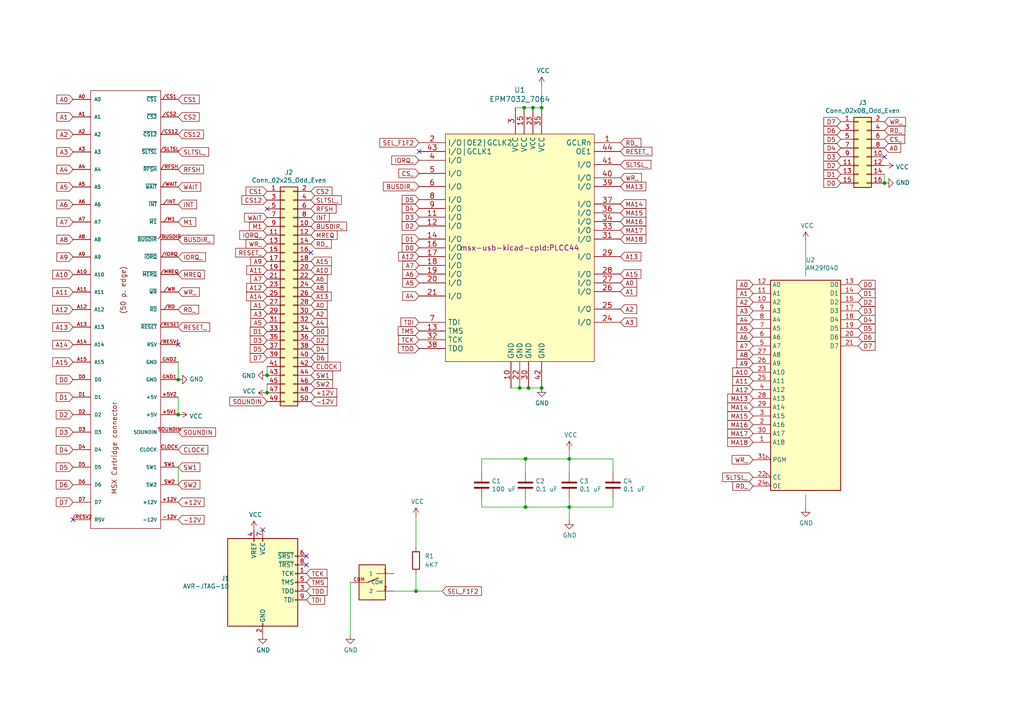
<source format=kicad_sch>
(kicad_sch (version 20211123) (generator eeschema)
  (paper "A4")
  (lib_symbols
    (symbol "Connector:AVR-JTAG-10" (pin_names (offset 1.016))
      (property "Reference" "J" (at -8.89 13.97 0))
      (property "Value" "AVR-JTAG-10" (at 1.27 13.97 0))
      (symbol "AVR-JTAG-10_0_1"
        (rectangle (start -2.667 12.7) (end -2.413 11.938))
        (rectangle (start -0.127 -11.938) (end 0.127 -12.7))
        (rectangle (start -0.127 12.7) (end 0.127 11.938))
        (rectangle (start 10.16 -4.953) (end 9.398 -5.207))
        (rectangle (start 10.16 -2.413) (end 9.398 -2.667))
        (rectangle (start 10.16 0.127) (end 9.398 -0.127))
        (rectangle (start 10.16 2.667) (end 9.398 2.413))
        (rectangle (start 10.16 5.207) (end 9.398 4.953))
        (rectangle (start 10.16 7.747) (end 9.398 7.493))
        (rectangle (start 10.16 12.7) (end -10.16 -12.7) (stroke (width 0.254)) (fill (type background)))
      )
      (symbol "AVR-JTAG-10_1_1"
        (pin passive line (at 12.7 2.54 180) (length 2.54) (name "TCK") (number "1"))
        (pin passive line (at 0 -15.24 90) (length 2.54) hide (name "GND") (number "10"))
        (pin passive line (at 0 -15.24 90) (length 2.54) (name "GND") (number "2"))
        (pin passive line (at 12.7 -2.54 180) (length 2.54) (name "TDO") (number "3"))
        (pin passive line (at -2.54 15.24 270) (length 2.54) (name "VREF") (number "4"))
        (pin passive line (at 12.7 0 180) (length 2.54) (name "TMS") (number "5"))
        (pin passive line (at 12.7 7.62 180) (length 2.54) (name "~{SRST}") (number "6"))
        (pin passive line (at 0 15.24 270) (length 2.54) (name "VCC") (number "7"))
        (pin passive line (at 12.7 5.08 180) (length 2.54) (name "~{TRST}") (number "8"))
        (pin passive line (at 12.7 -5.08 180) (length 2.54) (name "TDI") (number "9"))
      )
    )
    (symbol "Connector_Generic:Conn_02x08_Odd_Even" (pin_names (offset 1.016) hide)
      (property "Reference" "J" (at 1.27 10.16 0))
      (property "Value" "Conn_02x08_Odd_Even" (at 1.27 -12.7 0))
      (symbol "Conn_02x08_Odd_Even_1_1"
        (rectangle (start -1.27 -10.033) (end 0 -10.287) (stroke (width 0.1524)))
        (rectangle (start -1.27 -7.493) (end 0 -7.747) (stroke (width 0.1524)))
        (rectangle (start -1.27 -4.953) (end 0 -5.207) (stroke (width 0.1524)))
        (rectangle (start -1.27 -2.413) (end 0 -2.667) (stroke (width 0.1524)))
        (rectangle (start -1.27 0.127) (end 0 -0.127) (stroke (width 0.1524)))
        (rectangle (start -1.27 2.667) (end 0 2.413) (stroke (width 0.1524)))
        (rectangle (start -1.27 5.207) (end 0 4.953) (stroke (width 0.1524)))
        (rectangle (start -1.27 7.747) (end 0 7.493) (stroke (width 0.1524)))
        (rectangle (start -1.27 8.89) (end 3.81 -11.43) (stroke (width 0.254)) (fill (type background)))
        (rectangle (start 3.81 -10.033) (end 2.54 -10.287) (stroke (width 0.1524)))
        (rectangle (start 3.81 -7.493) (end 2.54 -7.747) (stroke (width 0.1524)))
        (rectangle (start 3.81 -4.953) (end 2.54 -5.207) (stroke (width 0.1524)))
        (rectangle (start 3.81 -2.413) (end 2.54 -2.667) (stroke (width 0.1524)))
        (rectangle (start 3.81 0.127) (end 2.54 -0.127) (stroke (width 0.1524)))
        (rectangle (start 3.81 2.667) (end 2.54 2.413) (stroke (width 0.1524)))
        (rectangle (start 3.81 5.207) (end 2.54 4.953) (stroke (width 0.1524)))
        (rectangle (start 3.81 7.747) (end 2.54 7.493) (stroke (width 0.1524)))
        (pin passive line (at -5.08 7.62 0) (length 3.81) (name "Pin_1") (number "1"))
        (pin passive line (at 7.62 -2.54 180) (length 3.81) (name "Pin_10") (number "10"))
        (pin passive line (at -5.08 -5.08 0) (length 3.81) (name "Pin_11") (number "11"))
        (pin passive line (at 7.62 -5.08 180) (length 3.81) (name "Pin_12") (number "12"))
        (pin passive line (at -5.08 -7.62 0) (length 3.81) (name "Pin_13") (number "13"))
        (pin passive line (at 7.62 -7.62 180) (length 3.81) (name "Pin_14") (number "14"))
        (pin passive line (at -5.08 -10.16 0) (length 3.81) (name "Pin_15") (number "15"))
        (pin passive line (at 7.62 -10.16 180) (length 3.81) (name "Pin_16") (number "16"))
        (pin passive line (at 7.62 7.62 180) (length 3.81) (name "Pin_2") (number "2"))
        (pin passive line (at -5.08 5.08 0) (length 3.81) (name "Pin_3") (number "3"))
        (pin passive line (at 7.62 5.08 180) (length 3.81) (name "Pin_4") (number "4"))
        (pin passive line (at -5.08 2.54 0) (length 3.81) (name "Pin_5") (number "5"))
        (pin passive line (at 7.62 2.54 180) (length 3.81) (name "Pin_6") (number "6"))
        (pin passive line (at -5.08 0 0) (length 3.81) (name "Pin_7") (number "7"))
        (pin passive line (at 7.62 0 180) (length 3.81) (name "Pin_8") (number "8"))
        (pin passive line (at -5.08 -2.54 0) (length 3.81) (name "Pin_9") (number "9"))
      )
    )
    (symbol "Connector_Generic:Conn_02x25_Odd_Even" (pin_names (offset 1.016) hide)
      (property "Reference" "J" (at 1.27 33.02 0))
      (property "Value" "Conn_02x25_Odd_Even" (at 1.27 -33.02 0))
      (symbol "Conn_02x25_Odd_Even_1_1"
        (rectangle (start -1.27 -30.353) (end 0 -30.607) (stroke (width 0.1524)))
        (rectangle (start -1.27 -27.813) (end 0 -28.067) (stroke (width 0.1524)))
        (rectangle (start -1.27 -25.273) (end 0 -25.527) (stroke (width 0.1524)))
        (rectangle (start -1.27 -22.733) (end 0 -22.987) (stroke (width 0.1524)))
        (rectangle (start -1.27 -20.193) (end 0 -20.447) (stroke (width 0.1524)))
        (rectangle (start -1.27 -17.653) (end 0 -17.907) (stroke (width 0.1524)))
        (rectangle (start -1.27 -15.113) (end 0 -15.367) (stroke (width 0.1524)))
        (rectangle (start -1.27 -12.573) (end 0 -12.827) (stroke (width 0.1524)))
        (rectangle (start -1.27 -10.033) (end 0 -10.287) (stroke (width 0.1524)))
        (rectangle (start -1.27 -7.493) (end 0 -7.747) (stroke (width 0.1524)))
        (rectangle (start -1.27 -4.953) (end 0 -5.207) (stroke (width 0.1524)))
        (rectangle (start -1.27 -2.413) (end 0 -2.667) (stroke (width 0.1524)))
        (rectangle (start -1.27 0.127) (end 0 -0.127) (stroke (width 0.1524)))
        (rectangle (start -1.27 2.667) (end 0 2.413) (stroke (width 0.1524)))
        (rectangle (start -1.27 5.207) (end 0 4.953) (stroke (width 0.1524)))
        (rectangle (start -1.27 7.747) (end 0 7.493) (stroke (width 0.1524)))
        (rectangle (start -1.27 10.287) (end 0 10.033) (stroke (width 0.1524)))
        (rectangle (start -1.27 12.827) (end 0 12.573) (stroke (width 0.1524)))
        (rectangle (start -1.27 15.367) (end 0 15.113) (stroke (width 0.1524)))
        (rectangle (start -1.27 17.907) (end 0 17.653) (stroke (width 0.1524)))
        (rectangle (start -1.27 20.447) (end 0 20.193) (stroke (width 0.1524)))
        (rectangle (start -1.27 22.987) (end 0 22.733) (stroke (width 0.1524)))
        (rectangle (start -1.27 25.527) (end 0 25.273) (stroke (width 0.1524)))
        (rectangle (start -1.27 28.067) (end 0 27.813) (stroke (width 0.1524)))
        (rectangle (start -1.27 30.607) (end 0 30.353) (stroke (width 0.1524)))
        (rectangle (start -1.27 31.75) (end 3.81 -31.75) (stroke (width 0.254)) (fill (type background)))
        (rectangle (start 3.81 -30.353) (end 2.54 -30.607) (stroke (width 0.1524)))
        (rectangle (start 3.81 -27.813) (end 2.54 -28.067) (stroke (width 0.1524)))
        (rectangle (start 3.81 -25.273) (end 2.54 -25.527) (stroke (width 0.1524)))
        (rectangle (start 3.81 -22.733) (end 2.54 -22.987) (stroke (width 0.1524)))
        (rectangle (start 3.81 -20.193) (end 2.54 -20.447) (stroke (width 0.1524)))
        (rectangle (start 3.81 -17.653) (end 2.54 -17.907) (stroke (width 0.1524)))
        (rectangle (start 3.81 -15.113) (end 2.54 -15.367) (stroke (width 0.1524)))
        (rectangle (start 3.81 -12.573) (end 2.54 -12.827) (stroke (width 0.1524)))
        (rectangle (start 3.81 -10.033) (end 2.54 -10.287) (stroke (width 0.1524)))
        (rectangle (start 3.81 -7.493) (end 2.54 -7.747) (stroke (width 0.1524)))
        (rectangle (start 3.81 -4.953) (end 2.54 -5.207) (stroke (width 0.1524)))
        (rectangle (start 3.81 -2.413) (end 2.54 -2.667) (stroke (width 0.1524)))
        (rectangle (start 3.81 0.127) (end 2.54 -0.127) (stroke (width 0.1524)))
        (rectangle (start 3.81 2.667) (end 2.54 2.413) (stroke (width 0.1524)))
        (rectangle (start 3.81 5.207) (end 2.54 4.953) (stroke (width 0.1524)))
        (rectangle (start 3.81 7.747) (end 2.54 7.493) (stroke (width 0.1524)))
        (rectangle (start 3.81 10.287) (end 2.54 10.033) (stroke (width 0.1524)))
        (rectangle (start 3.81 12.827) (end 2.54 12.573) (stroke (width 0.1524)))
        (rectangle (start 3.81 15.367) (end 2.54 15.113) (stroke (width 0.1524)))
        (rectangle (start 3.81 17.907) (end 2.54 17.653) (stroke (width 0.1524)))
        (rectangle (start 3.81 20.447) (end 2.54 20.193) (stroke (width 0.1524)))
        (rectangle (start 3.81 22.987) (end 2.54 22.733) (stroke (width 0.1524)))
        (rectangle (start 3.81 25.527) (end 2.54 25.273) (stroke (width 0.1524)))
        (rectangle (start 3.81 28.067) (end 2.54 27.813) (stroke (width 0.1524)))
        (rectangle (start 3.81 30.607) (end 2.54 30.353) (stroke (width 0.1524)))
        (pin passive line (at -5.08 30.48 0) (length 3.81) (name "Pin_1") (number "1"))
        (pin passive line (at 7.62 20.32 180) (length 3.81) (name "Pin_10") (number "10"))
        (pin passive line (at -5.08 17.78 0) (length 3.81) (name "Pin_11") (number "11"))
        (pin passive line (at 7.62 17.78 180) (length 3.81) (name "Pin_12") (number "12"))
        (pin passive line (at -5.08 15.24 0) (length 3.81) (name "Pin_13") (number "13"))
        (pin passive line (at 7.62 15.24 180) (length 3.81) (name "Pin_14") (number "14"))
        (pin passive line (at -5.08 12.7 0) (length 3.81) (name "Pin_15") (number "15"))
        (pin passive line (at 7.62 12.7 180) (length 3.81) (name "Pin_16") (number "16"))
        (pin passive line (at -5.08 10.16 0) (length 3.81) (name "Pin_17") (number "17"))
        (pin passive line (at 7.62 10.16 180) (length 3.81) (name "Pin_18") (number "18"))
        (pin passive line (at -5.08 7.62 0) (length 3.81) (name "Pin_19") (number "19"))
        (pin passive line (at 7.62 30.48 180) (length 3.81) (name "Pin_2") (number "2"))
        (pin passive line (at 7.62 7.62 180) (length 3.81) (name "Pin_20") (number "20"))
        (pin passive line (at -5.08 5.08 0) (length 3.81) (name "Pin_21") (number "21"))
        (pin passive line (at 7.62 5.08 180) (length 3.81) (name "Pin_22") (number "22"))
        (pin passive line (at -5.08 2.54 0) (length 3.81) (name "Pin_23") (number "23"))
        (pin passive line (at 7.62 2.54 180) (length 3.81) (name "Pin_24") (number "24"))
        (pin passive line (at -5.08 0 0) (length 3.81) (name "Pin_25") (number "25"))
        (pin passive line (at 7.62 0 180) (length 3.81) (name "Pin_26") (number "26"))
        (pin passive line (at -5.08 -2.54 0) (length 3.81) (name "Pin_27") (number "27"))
        (pin passive line (at 7.62 -2.54 180) (length 3.81) (name "Pin_28") (number "28"))
        (pin passive line (at -5.08 -5.08 0) (length 3.81) (name "Pin_29") (number "29"))
        (pin passive line (at -5.08 27.94 0) (length 3.81) (name "Pin_3") (number "3"))
        (pin passive line (at 7.62 -5.08 180) (length 3.81) (name "Pin_30") (number "30"))
        (pin passive line (at -5.08 -7.62 0) (length 3.81) (name "Pin_31") (number "31"))
        (pin passive line (at 7.62 -7.62 180) (length 3.81) (name "Pin_32") (number "32"))
        (pin passive line (at -5.08 -10.16 0) (length 3.81) (name "Pin_33") (number "33"))
        (pin passive line (at 7.62 -10.16 180) (length 3.81) (name "Pin_34") (number "34"))
        (pin passive line (at -5.08 -12.7 0) (length 3.81) (name "Pin_35") (number "35"))
        (pin passive line (at 7.62 -12.7 180) (length 3.81) (name "Pin_36") (number "36"))
        (pin passive line (at -5.08 -15.24 0) (length 3.81) (name "Pin_37") (number "37"))
        (pin passive line (at 7.62 -15.24 180) (length 3.81) (name "Pin_38") (number "38"))
        (pin passive line (at -5.08 -17.78 0) (length 3.81) (name "Pin_39") (number "39"))
        (pin passive line (at 7.62 27.94 180) (length 3.81) (name "Pin_4") (number "4"))
        (pin passive line (at 7.62 -17.78 180) (length 3.81) (name "Pin_40") (number "40"))
        (pin passive line (at -5.08 -20.32 0) (length 3.81) (name "Pin_41") (number "41"))
        (pin passive line (at 7.62 -20.32 180) (length 3.81) (name "Pin_42") (number "42"))
        (pin passive line (at -5.08 -22.86 0) (length 3.81) (name "Pin_43") (number "43"))
        (pin passive line (at 7.62 -22.86 180) (length 3.81) (name "Pin_44") (number "44"))
        (pin passive line (at -5.08 -25.4 0) (length 3.81) (name "Pin_45") (number "45"))
        (pin passive line (at 7.62 -25.4 180) (length 3.81) (name "Pin_46") (number "46"))
        (pin passive line (at -5.08 -27.94 0) (length 3.81) (name "Pin_47") (number "47"))
        (pin passive line (at 7.62 -27.94 180) (length 3.81) (name "Pin_48") (number "48"))
        (pin passive line (at -5.08 -30.48 0) (length 3.81) (name "Pin_49") (number "49"))
        (pin passive line (at -5.08 25.4 0) (length 3.81) (name "Pin_5") (number "5"))
        (pin passive line (at 7.62 -30.48 180) (length 3.81) (name "Pin_50") (number "50"))
        (pin passive line (at 7.62 25.4 180) (length 3.81) (name "Pin_6") (number "6"))
        (pin passive line (at -5.08 22.86 0) (length 3.81) (name "Pin_7") (number "7"))
        (pin passive line (at 7.62 22.86 180) (length 3.81) (name "Pin_8") (number "8"))
        (pin passive line (at -5.08 20.32 0) (length 3.81) (name "Pin_9") (number "9"))
      )
    )
    (symbol "Device:C" (pin_numbers hide) (pin_names (offset 0.254))
      (property "Reference" "C" (at 0.635 2.54 0))
      (property "Value" "C" (at 0.635 -2.54 0))
      (symbol "C_0_1"
        (polyline (pts (xy -2.032 -0.762) (xy 2.032 -0.762)) (stroke (width 0.508)))
        (polyline (pts (xy -2.032 0.762) (xy 2.032 0.762)) (stroke (width 0.508)))
      )
      (symbol "C_1_1"
        (pin passive line (at 0 3.81 270) (length 2.794) (name "~") (number "1"))
        (pin passive line (at 0 -3.81 90) (length 2.794) (name "~") (number "2"))
      )
    )
    (symbol "Device:R" (pin_numbers hide) (pin_names (offset 0))
      (property "Reference" "R" (at 2.032 0 90))
      (property "Value" "R" (at 0 0 90))
      (symbol "R_0_1"
        (rectangle (start -1.016 -2.54) (end 1.016 2.54) (stroke (width 0.254)))
      )
      (symbol "R_1_1"
        (pin passive line (at 0 3.81 270) (length 1.27) (name "~") (number "1"))
        (pin passive line (at 0 -3.81 90) (length 1.27) (name "~") (number "2"))
      )
    )
    (symbol "EPM7064_(44-PLCC):EPM7032-7064" (pin_names (offset 0.762))
      (property "Reference" "U" (at 12.7 35.56 0))
      (property "Value" "EPM7032-7064" (at 0 -3.81 0))
      (symbol "EPM7032-7064_0_1"
        (rectangle (start -21.59 33.02) (end 21.59 -33.02) (fill (type background)))
      )
      (symbol "EPM7032-7064_1_1"
        (pin bidirectional line (at 29.21 30.48 180) (length 7.62) (name "GCLRn") (number "1"))
        (pin power_in line (at -2.54 -40.64 90) (length 7.62) (name "GND") (number "10"))
        (pin bidirectional line (at -29.21 8.89 0) (length 7.62) (name "I/O") (number "11"))
        (pin bidirectional line (at -29.21 6.35 0) (length 7.62) (name "I/O") (number "12"))
        (pin input line (at -29.21 -24.13 0) (length 7.62) (name "TMS") (number "13"))
        (pin bidirectional line (at -29.21 2.54 0) (length 7.62) (name "I/O") (number "14"))
        (pin power_in line (at 1.27 40.64 270) (length 7.62) (name "VCC") (number "15"))
        (pin bidirectional line (at -29.21 0 0) (length 7.62) (name "I/O") (number "16"))
        (pin bidirectional line (at -29.21 -2.54 0) (length 7.62) (name "I/O") (number "17"))
        (pin bidirectional line (at -29.21 -5.08 0) (length 7.62) (name "I/O") (number "18"))
        (pin bidirectional line (at -29.21 -7.62 0) (length 7.62) (name "I/O") (number "19"))
        (pin bidirectional line (at -29.21 30.48 0) (length 7.62) (name "I/O|OE2|GCLK2") (number "2"))
        (pin bidirectional line (at -29.21 -10.16 0) (length 7.62) (name "I/O") (number "20"))
        (pin bidirectional line (at -29.21 -13.97 0) (length 7.62) (name "I/O") (number "21"))
        (pin power_in line (at 0 -40.64 90) (length 7.62) (name "GND") (number "22"))
        (pin power_in line (at 3.81 40.64 270) (length 7.62) (name "VCC") (number "23"))
        (pin bidirectional line (at 29.21 -21.59 180) (length 7.62) (name "I/O") (number "24"))
        (pin bidirectional line (at 29.21 -17.78 180) (length 7.62) (name "I/O") (number "25"))
        (pin bidirectional line (at 29.21 -12.7 180) (length 7.62) (name "I/O") (number "26"))
        (pin bidirectional line (at 29.21 -10.16 180) (length 7.62) (name "I/O") (number "27"))
        (pin bidirectional line (at 29.21 -7.62 180) (length 7.62) (name "I/O") (number "28"))
        (pin bidirectional line (at 29.21 -2.54 180) (length 7.62) (name "I/O") (number "29"))
        (pin power_in line (at -1.27 40.64 270) (length 7.62) (name "VCC") (number "3"))
        (pin power_in line (at 2.54 -40.64 90) (length 7.62) (name "GND") (number "30"))
        (pin bidirectional line (at 29.21 2.54 180) (length 7.62) (name "I/O") (number "31"))
        (pin input line (at -29.21 -26.67 0) (length 7.62) (name "TCK") (number "32"))
        (pin bidirectional line (at 29.21 5.08 180) (length 7.62) (name "I/O") (number "33"))
        (pin bidirectional line (at 29.21 7.62 180) (length 7.62) (name "I/O") (number "34"))
        (pin power_in line (at 6.35 40.64 270) (length 7.62) (name "VCC") (number "35"))
        (pin bidirectional line (at 29.21 10.16 180) (length 7.62) (name "I/O") (number "36"))
        (pin bidirectional line (at 29.21 12.7 180) (length 7.62) (name "I/O") (number "37"))
        (pin bidirectional line (at -29.21 -29.21 0) (length 7.62) (name "TDO") (number "38"))
        (pin bidirectional line (at 29.21 17.78 180) (length 7.62) (name "I/O") (number "39"))
        (pin bidirectional line (at -29.21 25.4 0) (length 7.62) (name "I/O") (number "4"))
        (pin bidirectional line (at 29.21 20.32 180) (length 7.62) (name "I/O") (number "40"))
        (pin bidirectional line (at 29.21 24.13 180) (length 7.62) (name "I/O") (number "41"))
        (pin power_in line (at 6.35 -40.64 90) (length 7.62) (name "GND") (number "42"))
        (pin bidirectional line (at -29.21 27.94 0) (length 7.62) (name "I/O|GCLK1") (number "43"))
        (pin bidirectional line (at 29.21 27.94 180) (length 7.62) (name "OE1") (number "44"))
        (pin bidirectional line (at -29.21 21.59 0) (length 7.62) (name "I/O") (number "5"))
        (pin bidirectional line (at -29.21 17.78 0) (length 7.62) (name "I/O") (number "6"))
        (pin input line (at -29.21 -21.59 0) (length 7.62) (name "TDI") (number "7"))
        (pin bidirectional line (at -29.21 13.97 0) (length 7.62) (name "I/O") (number "8"))
        (pin bidirectional line (at -29.21 11.43 0) (length 7.62) (name "I/O") (number "9"))
      )
    )
    (symbol "Memory_Flash:SST39SF040"
      (property "Reference" "U" (at 2.54 33.02 0))
      (property "Value" "SST39SF040" (at 0 -30.48 0))
      (symbol "SST39SF040_0_0"
        (pin power_in line (at 0 -30.48 90) (length 1.27) hide (name "GND") (number "16"))
        (pin power_in line (at 0 33.02 270) (length 1.27) hide (name "VCC") (number "32"))
      )
      (symbol "SST39SF040_0_1"
        (rectangle (start -10.16 31.75) (end 10.16 -29.21) (stroke (width 0.254)) (fill (type background)))
      )
      (symbol "SST39SF040_1_1"
        (pin input line (at -15.24 -15.24 0) (length 5.08) (name "A18") (number "1"))
        (pin input line (at -15.24 25.4 0) (length 5.08) (name "A2") (number "10"))
        (pin input line (at -15.24 27.94 0) (length 5.08) (name "A1") (number "11"))
        (pin input line (at -15.24 30.48 0) (length 5.08) (name "A0") (number "12"))
        (pin tri_state line (at 15.24 30.48 180) (length 5.08) (name "D0") (number "13"))
        (pin tri_state line (at 15.24 27.94 180) (length 5.08) (name "D1") (number "14"))
        (pin tri_state line (at 15.24 25.4 180) (length 5.08) (name "D2") (number "15"))
        (pin tri_state line (at 15.24 22.86 180) (length 5.08) (name "D3") (number "17"))
        (pin tri_state line (at 15.24 20.32 180) (length 5.08) (name "D4") (number "18"))
        (pin tri_state line (at 15.24 17.78 180) (length 5.08) (name "D5") (number "19"))
        (pin input line (at -15.24 -10.16 0) (length 5.08) (name "A16") (number "2"))
        (pin tri_state line (at 15.24 15.24 180) (length 5.08) (name "D6") (number "20"))
        (pin tri_state line (at 15.24 12.7 180) (length 5.08) (name "D7") (number "21"))
        (pin input input_low (at -15.24 -25.4 0) (length 5.08) (name "CE") (number "22"))
        (pin input line (at -15.24 5.08 0) (length 5.08) (name "A10") (number "23"))
        (pin input input_low (at -15.24 -27.94 0) (length 5.08) (name "OE") (number "24"))
        (pin input line (at -15.24 2.54 0) (length 5.08) (name "A11") (number "25"))
        (pin input line (at -15.24 7.62 0) (length 5.08) (name "A9") (number "26"))
        (pin input line (at -15.24 10.16 0) (length 5.08) (name "A8") (number "27"))
        (pin input line (at -15.24 -2.54 0) (length 5.08) (name "A13") (number "28"))
        (pin input line (at -15.24 -5.08 0) (length 5.08) (name "A14") (number "29"))
        (pin input line (at -15.24 -7.62 0) (length 5.08) (name "A15") (number "3"))
        (pin input line (at -15.24 -12.7 0) (length 5.08) (name "A17") (number "30"))
        (pin input input_low (at -15.24 -20.32 0) (length 5.08) (name "PGM") (number "31"))
        (pin input line (at -15.24 0 0) (length 5.08) (name "A12") (number "4"))
        (pin input line (at -15.24 12.7 0) (length 5.08) (name "A7") (number "5"))
        (pin input line (at -15.24 15.24 0) (length 5.08) (name "A6") (number "6"))
        (pin input line (at -15.24 17.78 0) (length 5.08) (name "A5") (number "7"))
        (pin input line (at -15.24 20.32 0) (length 5.08) (name "A4") (number "8"))
        (pin input line (at -15.24 22.86 0) (length 5.08) (name "A3") (number "9"))
      )
    )
    (symbol "SK12D07VG4:SK12D07VG4" (pin_names (offset 1.016))
      (symbol "SK12D07VG4_0_0"
        (rectangle (start -5.08 -2.54) (end 5.08 5.08) (stroke (width 0.254)) (fill (type background)))
        (polyline (pts (xy 0 0) (xy -1.27 3.048)) (stroke (width 0.254)))
        (pin bidirectional line (at -2.54 7.62 270) (length 5.08) (name "1") (number "1"))
        (pin bidirectional line (at 2.54 7.62 270) (length 5.08) (name "2") (number "2"))
        (pin bidirectional line (at 0 -5.08 90) (length 5.08) (name "COM") (number "COM"))
      )
    )
    (symbol "msx-con:MSX_CON" (pin_names (offset 1.016))
      (symbol "MSX_CON_1_0"
        (polyline (pts (xy -58.42 -10.16) (xy 68.58 -10.16)))
        (polyline (pts (xy -58.42 10.16) (xy -58.42 -10.16)))
        (polyline (pts (xy 68.58 -10.16) (xy 68.58 10.16)))
        (polyline (pts (xy 68.58 10.16) (xy -58.42 10.16)))
        (text "(50 p. edge)" (at 10.7442 0.7112 0) (effects (font (size 1.4224 1.4224))))
        (text "MSX Cartridge connector" (at -35.0774 3.2512 0) (effects (font (size 1.4224 1.4224))))
      )
      (symbol "MSX_CON_1_1"
        (pin power_out line (at -50.8 -15.24 90) (length 5.08) (name "+12V") (number "+12V"))
        (pin power_out line (at -25.4 -15.24 90) (length 5.08) (name "+5V") (number "+5V1"))
        (pin power_out line (at -20.32 -15.24 90) (length 5.08) (name "+5V") (number "+5V2"))
        (pin power_out line (at -55.88 -15.24 90) (length 5.08) (name "-12V") (number "-12V"))
        (pin input line (at 25.4 -15.24 90) (length 5.08) (name "~{BUSDIR}") (number "/BUSDIR"))
        (pin output line (at 66.04 -15.24 90) (length 5.08) (name "~{CS1}") (number "/CS1"))
        (pin output line (at 55.88 -15.24 90) (length 5.08) (name "~{CS12}") (number "/CS12"))
        (pin output line (at 60.96 -15.24 90) (length 5.08) (name "~{CS2}") (number "/CS2"))
        (pin input line (at 35.56 -15.24 90) (length 5.08) (name "~{INT}") (number "/INT"))
        (pin output line (at 20.32 -15.24 90) (length 5.08) (name "~{IORQ}") (number "/IORQ"))
        (pin output line (at 30.48 -15.24 90) (length 5.08) (name "~{M1}") (number "/M1"))
        (pin output line (at 15.24 -15.24 90) (length 5.08) (name "~{MERQ}") (number "/MREQ"))
        (pin output line (at 5.08 -15.24 90) (length 5.08) (name "~{RD}") (number "/RD"))
        (pin output line (at 0 -15.24 90) (length 5.08) (name "~{RESET}") (number "/RESET"))
        (pin unspecified line (at -5.08 -15.24 90) (length 5.08) (name "RSV") (number "/RESV1"))
        (pin unspecified line (at -55.88 15.24 270) (length 5.08) (name "RSV") (number "/RESV2"))
        (pin output line (at 45.72 -15.24 90) (length 5.08) (name "~{RFSH}") (number "/RFSH"))
        (pin output line (at 50.8 -15.24 90) (length 5.08) (name "~{SLTSL}") (number "/SLTSL"))
        (pin input line (at 40.64 -15.24 90) (length 5.08) (name "~{WAIT}") (number "/WAIT"))
        (pin output line (at 10.16 -15.24 90) (length 5.08) (name "~{WR}") (number "/WR"))
        (pin output line (at 66.04 15.24 270) (length 5.08) (name "A0") (number "A0"))
        (pin output line (at 60.96 15.24 270) (length 5.08) (name "A1") (number "A1"))
        (pin output line (at 15.24 15.24 270) (length 5.08) (name "A10") (number "A10"))
        (pin output line (at 10.16 15.24 270) (length 5.08) (name "A11") (number "A11"))
        (pin output line (at 5.08 15.24 270) (length 5.08) (name "A12") (number "A12"))
        (pin output line (at 0 15.24 270) (length 5.08) (name "A13") (number "A13"))
        (pin output line (at -5.08 15.24 270) (length 5.08) (name "A14") (number "A14"))
        (pin output line (at -10.16 15.24 270) (length 5.08) (name "A15") (number "A15"))
        (pin output line (at 55.88 15.24 270) (length 5.08) (name "A2") (number "A2"))
        (pin output line (at 50.8 15.24 270) (length 5.08) (name "A3") (number "A3"))
        (pin output line (at 45.72 15.24 270) (length 5.08) (name "A4") (number "A4"))
        (pin output line (at 40.64 15.24 270) (length 5.08) (name "A5") (number "A5"))
        (pin output line (at 35.56 15.24 270) (length 5.08) (name "A6") (number "A6"))
        (pin output line (at 30.48 15.24 270) (length 5.08) (name "A7") (number "A7"))
        (pin output line (at 25.4 15.24 270) (length 5.08) (name "A8") (number "A8"))
        (pin output line (at 20.32 15.24 270) (length 5.08) (name "A9") (number "A9"))
        (pin output line (at -35.56 -15.24 90) (length 5.08) (name "CLOCK") (number "CLOCK"))
        (pin bidirectional line (at -15.24 15.24 270) (length 5.08) (name "D0") (number "D0"))
        (pin bidirectional line (at -20.32 15.24 270) (length 5.08) (name "D1") (number "D1"))
        (pin bidirectional line (at -25.4 15.24 270) (length 5.08) (name "D2") (number "D2"))
        (pin bidirectional line (at -30.48 15.24 270) (length 5.08) (name "D3") (number "D3"))
        (pin bidirectional line (at -35.56 15.24 270) (length 5.08) (name "D4") (number "D4"))
        (pin bidirectional line (at -40.64 15.24 270) (length 5.08) (name "D5") (number "D5"))
        (pin bidirectional line (at -45.72 15.24 270) (length 5.08) (name "D6") (number "D6"))
        (pin bidirectional line (at -50.8 15.24 270) (length 5.08) (name "D7") (number "D7"))
        (pin power_out line (at -15.24 -15.24 90) (length 5.08) (name "GND") (number "GND1"))
        (pin power_out line (at -10.16 -15.24 90) (length 5.08) (name "GND") (number "GND2"))
        (pin input line (at -30.48 -15.24 90) (length 5.08) (name "SOUNDIN") (number "SOUNDIN"))
        (pin passive line (at -40.64 -15.24 90) (length 5.08) (name "SW1") (number "SW1"))
        (pin passive line (at -45.72 -15.24 90) (length 5.08) (name "SW2") (number "SW2"))
      )
    )
    (symbol "power:GND" (power) (pin_names (offset 0))
      (property "Value" "GND" (at 0 -3.81 0))
      (symbol "GND_0_1"
        (polyline (pts (xy 0 0) (xy 0 -1.27) (xy 1.27 -1.27) (xy 0 -2.54) (xy -1.27 -1.27) (xy 0 -1.27)))
      )
      (symbol "GND_1_1"
        (pin power_in line (at 0 0 270) (length 0) hide (name "GND") (number "1"))
      )
    )
    (symbol "power:VCC" (power) (pin_names (offset 0))
      (property "Value" "VCC" (at 0 3.81 0))
      (symbol "VCC_0_1"
        (polyline (pts (xy -0.762 1.27) (xy 0 2.54)))
        (polyline (pts (xy 0 0) (xy 0 2.54)))
        (polyline (pts (xy 0 2.54) (xy 0.762 1.27)))
      )
      (symbol "VCC_1_1"
        (pin power_in line (at 0 0 90) (length 0) hide (name "VCC") (number "1"))
      )
    )
  )
  (junction (at 157.099 112.522))
  (junction (at 256.54 53.086))
  (junction (at 77.47 108.839))
  (junction (at 51.689 110.109))
  (junction (at 165.1 133.096))
  (junction (at 157.099 31.242))
  (junction (at 152.4 133.096))
  (junction (at 77.47 113.919))
  (junction (at 120.65 171.45))
  (junction (at 152.4 147.066))
  (junction (at 154.559 31.242))
  (junction (at 51.689 120.269))
  (junction (at 152.019 31.242))
  (junction (at 153.289 112.522))
  (junction (at 165.1 147.066))
  (junction (at 150.749 112.522))
  (no_connect (at 76.2 153.67))
  (no_connect (at 121.539 43.942))
  (no_connect (at 88.9 163.83))
  (no_connect (at 88.9 161.29))
  (no_connect (at 256.54 45.466))
  (no_connect (at 77.47 60.579))
  (no_connect (at 90.17 73.279))
  (no_connect (at 51.689 99.949))
  (no_connect (at 21.209 150.749))
  (wire (pts (xy 256.54 50.546) (xy 256.54 53.086)))
  (wire (pts (xy 154.559 31.242) (xy 157.099 31.242)))
  (wire (pts (xy 101.6 168.91) (xy 101.6 184.15)))
  (wire (pts (xy 150.749 112.522) (xy 153.289 112.522)))
  (wire (pts (xy 152.019 31.242) (xy 154.559 31.242)))
  (wire (pts (xy 152.4 147.066) (xy 165.1 147.066)))
  (wire (pts (xy 177.8 147.066) (xy 165.1 147.066)))
  (wire (pts (xy 77.47 111.379) (xy 77.47 113.919)))
  (wire (pts (xy 139.7 133.096) (xy 152.4 133.096)))
  (wire (pts (xy 152.4 136.906) (xy 152.4 133.096)))
  (wire (pts (xy 177.8 133.096) (xy 165.1 133.096)))
  (wire (pts (xy 139.7 147.066) (xy 139.7 144.526)))
  (wire (pts (xy 77.47 106.299) (xy 77.47 108.839)))
  (wire (pts (xy 149.479 31.242) (xy 152.019 31.242)))
  (wire (pts (xy 148.209 112.522) (xy 150.749 112.522)))
  (wire (pts (xy 152.4 133.096) (xy 165.1 133.096)))
  (wire (pts (xy 153.289 112.522) (xy 157.099 112.522)))
  (wire (pts (xy 165.1 133.096) (xy 165.1 136.906)))
  (wire (pts (xy 152.4 144.526) (xy 152.4 147.066)))
  (wire (pts (xy 165.1 144.526) (xy 165.1 147.066)))
  (wire (pts (xy 165.1 133.096) (xy 165.1 130.556)))
  (wire (pts (xy 120.65 171.45) (xy 120.65 166.37)))
  (wire (pts (xy 177.8 144.526) (xy 177.8 147.066)))
  (wire (pts (xy 152.4 147.066) (xy 139.7 147.066)))
  (wire (pts (xy 157.099 24.892) (xy 157.099 31.242)))
  (wire (pts (xy 165.1 147.066) (xy 165.1 150.876)))
  (wire (pts (xy 51.689 105.029) (xy 51.689 110.109)))
  (wire (pts (xy 233.68 80.01) (xy 233.68 69.85)))
  (wire (pts (xy 51.689 140.589) (xy 51.689 135.509)))
  (wire (pts (xy 120.65 149.86) (xy 120.65 158.75)))
  (wire (pts (xy 233.68 147.32) (xy 233.68 143.51)))
  (wire (pts (xy 51.689 120.269) (xy 51.689 115.189)))
  (wire (pts (xy 114.3 171.45) (xy 120.65 171.45)))
  (wire (pts (xy 120.65 171.45) (xy 128.27 171.45)))
  (wire (pts (xy 139.7 136.906) (xy 139.7 133.096)))
  (wire (pts (xy 177.8 136.906) (xy 177.8 133.096)))
  (global_label "D5" (shape input) (at 248.92 95.25 0) (property "Intersheet References" "${INTERSHEET_REFS}" (effects hide)))
  (global_label "MA17" (shape input) (at 218.44 125.73 180) (property "Intersheet References" "${INTERSHEET_REFS}" (effects hide)))
  (global_label "A10" (shape input) (at 90.17 78.359 0) (property "Intersheet References" "${INTERSHEET_REFS}" (effects hide)))
  (global_label "RD_" (shape input) (at 256.54 37.846 0) (property "Intersheet References" "${INTERSHEET_REFS}" (effects hide)))
  (global_label "D5" (shape input) (at 21.209 135.509 180) (property "Intersheet References" "${INTERSHEET_REFS}" (effects hide)))
  (global_label "A0" (shape input) (at 256.54 42.926 0) (property "Intersheet References" "${INTERSHEET_REFS}" (effects hide)))
  (global_label "D6" (shape input) (at 90.17 103.759 0) (property "Intersheet References" "${INTERSHEET_REFS}" (effects hide)))
  (global_label "D0" (shape input) (at 121.539 71.882 180) (property "Intersheet References" "${INTERSHEET_REFS}" (effects hide)))
  (global_label "BUSDIR_" (shape input) (at 51.689 69.469 0) (property "Intersheet References" "${INTERSHEET_REFS}" (effects hide)))
  (global_label "RD_" (shape input) (at 218.44 140.97 180) (property "Intersheet References" "${INTERSHEET_REFS}" (effects hide)))
  (global_label "A10" (shape input) (at 21.209 79.629 180) (property "Intersheet References" "${INTERSHEET_REFS}" (effects hide)))
  (global_label "A12" (shape input) (at 218.44 113.03 180) (property "Intersheet References" "${INTERSHEET_REFS}" (effects hide)))
  (global_label "MA16" (shape input) (at 179.959 64.262 0) (property "Intersheet References" "${INTERSHEET_REFS}" (effects hide)))
  (global_label "CS2" (shape input) (at 51.689 33.909 0) (property "Intersheet References" "${INTERSHEET_REFS}" (effects hide)))
  (global_label "IORQ_" (shape input) (at 51.689 74.549 0) (property "Intersheet References" "${INTERSHEET_REFS}" (effects hide)))
  (global_label "A1" (shape input) (at 21.209 33.909 180) (property "Intersheet References" "${INTERSHEET_REFS}" (effects hide)))
  (global_label "A8" (shape input) (at 218.44 102.87 180) (property "Intersheet References" "${INTERSHEET_REFS}" (effects hide)))
  (global_label "A7" (shape input) (at 21.209 64.389 180) (property "Intersheet References" "${INTERSHEET_REFS}" (effects hide)))
  (global_label "CS1" (shape input) (at 77.47 55.499 180) (property "Intersheet References" "${INTERSHEET_REFS}" (effects hide)))
  (global_label "BUSDIR_" (shape input) (at 90.17 65.659 0) (property "Intersheet References" "${INTERSHEET_REFS}" (effects hide)))
  (global_label "D3" (shape input) (at 243.84 45.466 180) (property "Intersheet References" "${INTERSHEET_REFS}" (effects hide)))
  (global_label "MA18" (shape input) (at 218.44 128.27 180) (property "Intersheet References" "${INTERSHEET_REFS}" (effects hide)))
  (global_label "A8" (shape input) (at 90.17 83.439 0) (property "Intersheet References" "${INTERSHEET_REFS}" (effects hide)))
  (global_label "D1" (shape input) (at 243.84 50.546 180) (property "Intersheet References" "${INTERSHEET_REFS}" (effects hide)))
  (global_label "WAIT" (shape input) (at 51.689 54.229 0) (property "Intersheet References" "${INTERSHEET_REFS}" (effects hide)))
  (global_label "SOUNDIN" (shape input) (at 77.47 116.459 180) (property "Intersheet References" "${INTERSHEET_REFS}" (effects hide)))
  (global_label "A2" (shape input) (at 218.44 87.63 180) (property "Intersheet References" "${INTERSHEET_REFS}" (effects hide)))
  (global_label "D4" (shape input) (at 21.209 130.429 180) (property "Intersheet References" "${INTERSHEET_REFS}" (effects hide)))
  (global_label "A7" (shape input) (at 121.539 76.962 180) (property "Intersheet References" "${INTERSHEET_REFS}" (effects hide)))
  (global_label "SLTSL_" (shape input) (at 51.689 44.069 0) (property "Intersheet References" "${INTERSHEET_REFS}" (effects hide)))
  (global_label "A13" (shape input) (at 90.17 85.979 0) (property "Intersheet References" "${INTERSHEET_REFS}" (effects hide)))
  (global_label "A2" (shape input) (at 21.209 38.989 180) (property "Intersheet References" "${INTERSHEET_REFS}" (effects hide)))
  (global_label "D6" (shape input) (at 248.92 97.79 0) (property "Intersheet References" "${INTERSHEET_REFS}" (effects hide)))
  (global_label "CLOCK" (shape input) (at 90.17 106.299 0) (property "Intersheet References" "${INTERSHEET_REFS}" (effects hide)))
  (global_label "WR_" (shape input) (at 77.47 70.739 180) (property "Intersheet References" "${INTERSHEET_REFS}" (effects hide)))
  (global_label "A2" (shape input) (at 90.17 91.059 0) (property "Intersheet References" "${INTERSHEET_REFS}" (effects hide)))
  (global_label "D5" (shape input) (at 77.47 101.219 180) (property "Intersheet References" "${INTERSHEET_REFS}" (effects hide)))
  (global_label "+12V" (shape input) (at 90.17 113.919 0) (property "Intersheet References" "${INTERSHEET_REFS}" (effects hide)))
  (global_label "D1" (shape input) (at 21.209 115.189 180) (property "Intersheet References" "${INTERSHEET_REFS}" (effects hide)))
  (global_label "D4" (shape input) (at 248.92 92.71 0) (property "Intersheet References" "${INTERSHEET_REFS}" (effects hide)))
  (global_label "RFSH" (shape input) (at 90.17 60.579 0) (property "Intersheet References" "${INTERSHEET_REFS}" (effects hide)))
  (global_label "CLOCK" (shape input) (at 51.689 130.429 0) (property "Intersheet References" "${INTERSHEET_REFS}" (effects hide)))
  (global_label "CS1" (shape input) (at 51.689 28.829 0) (property "Intersheet References" "${INTERSHEET_REFS}" (effects hide)))
  (global_label "MREQ" (shape input) (at 51.689 79.629 0) (property "Intersheet References" "${INTERSHEET_REFS}" (effects hide)))
  (global_label "A15" (shape input) (at 90.17 75.819 0) (property "Intersheet References" "${INTERSHEET_REFS}" (effects hide)))
  (global_label "MA15" (shape input) (at 218.44 120.65 180) (property "Intersheet References" "${INTERSHEET_REFS}" (effects hide)))
  (global_label "A15" (shape input) (at 21.209 105.029 180) (property "Intersheet References" "${INTERSHEET_REFS}" (effects hide)))
  (global_label "M1" (shape input) (at 77.47 65.659 180) (property "Intersheet References" "${INTERSHEET_REFS}" (effects hide)))
  (global_label "CS12" (shape input) (at 77.47 58.039 180) (property "Intersheet References" "${INTERSHEET_REFS}" (effects hide)))
  (global_label "D0" (shape input) (at 90.17 96.139 0) (property "Intersheet References" "${INTERSHEET_REFS}" (effects hide)))
  (global_label "IORQ_" (shape input) (at 77.47 68.199 180) (property "Intersheet References" "${INTERSHEET_REFS}" (effects hide)))
  (global_label "A2" (shape input) (at 179.959 89.662 0) (property "Intersheet References" "${INTERSHEET_REFS}" (effects hide)))
  (global_label "WR_" (shape input) (at 256.54 35.306 0) (property "Intersheet References" "${INTERSHEET_REFS}" (effects hide)))
  (global_label "D2" (shape input) (at 21.209 120.269 180) (property "Intersheet References" "${INTERSHEET_REFS}" (effects hide)))
  (global_label "D2" (shape input) (at 243.84 48.006 180) (property "Intersheet References" "${INTERSHEET_REFS}" (effects hide)))
  (global_label "D5" (shape input) (at 243.84 40.386 180) (property "Intersheet References" "${INTERSHEET_REFS}" (effects hide)))
  (global_label "D6" (shape input) (at 243.84 37.846 180) (property "Intersheet References" "${INTERSHEET_REFS}" (effects hide)))
  (global_label "SW1" (shape input) (at 90.17 108.839 0) (property "Intersheet References" "${INTERSHEET_REFS}" (effects hide)))
  (global_label "A12" (shape input) (at 21.209 89.789 180) (property "Intersheet References" "${INTERSHEET_REFS}" (effects hide)))
  (global_label "A7" (shape input) (at 77.47 80.899 180) (property "Intersheet References" "${INTERSHEET_REFS}" (effects hide)))
  (global_label "-12V" (shape input) (at 51.689 150.749 0) (property "Intersheet References" "${INTERSHEET_REFS}" (effects hide)))
  (global_label "A0" (shape input) (at 218.44 82.55 180) (property "Intersheet References" "${INTERSHEET_REFS}" (effects hide)))
  (global_label "A0" (shape input) (at 179.959 82.042 0) (property "Intersheet References" "${INTERSHEET_REFS}" (effects hide)))
  (global_label "A8" (shape input) (at 21.209 69.469 180) (property "Intersheet References" "${INTERSHEET_REFS}" (effects hide)))
  (global_label "A11" (shape input) (at 21.209 84.709 180) (property "Intersheet References" "${INTERSHEET_REFS}" (effects hide)))
  (global_label "RD_" (shape input) (at 179.959 41.402 0) (property "Intersheet References" "${INTERSHEET_REFS}" (effects hide)))
  (global_label "D7" (shape input) (at 243.84 35.306 180) (property "Intersheet References" "${INTERSHEET_REFS}" (effects hide)))
  (global_label "+12V" (shape input) (at 51.689 145.669 0) (property "Intersheet References" "${INTERSHEET_REFS}" (effects hide)))
  (global_label "D2" (shape input) (at 121.539 65.532 180) (property "Intersheet References" "${INTERSHEET_REFS}" (effects hide)))
  (global_label "MA18" (shape input) (at 179.959 69.342 0) (property "Intersheet References" "${INTERSHEET_REFS}" (effects hide)))
  (global_label "D7" (shape input) (at 248.92 100.33 0) (property "Intersheet References" "${INTERSHEET_REFS}" (effects hide)))
  (global_label "D4" (shape input) (at 121.539 60.452 180) (property "Intersheet References" "${INTERSHEET_REFS}" (effects hide)))
  (global_label "MA13" (shape input) (at 218.44 115.57 180) (property "Intersheet References" "${INTERSHEET_REFS}" (effects hide)))
  (global_label "CS12" (shape input) (at 51.689 38.989 0) (property "Intersheet References" "${INTERSHEET_REFS}" (effects hide)))
  (global_label "SW2" (shape input) (at 51.689 140.589 0) (property "Intersheet References" "${INTERSHEET_REFS}" (effects hide)))
  (global_label "MA14" (shape input) (at 218.44 118.11 180) (property "Intersheet References" "${INTERSHEET_REFS}" (effects hide)))
  (global_label "D0" (shape input) (at 21.209 110.109 180) (property "Intersheet References" "${INTERSHEET_REFS}" (effects hide)))
  (global_label "A14" (shape input) (at 77.47 85.979 180) (property "Intersheet References" "${INTERSHEET_REFS}" (effects hide)))
  (global_label "A3" (shape input) (at 179.959 93.472 0) (property "Intersheet References" "${INTERSHEET_REFS}" (effects hide)))
  (global_label "A4" (shape input) (at 121.539 85.852 180) (property "Intersheet References" "${INTERSHEET_REFS}" (effects hide)))
  (global_label "SLTSL_" (shape input) (at 179.959 47.752 0) (property "Intersheet References" "${INTERSHEET_REFS}" (effects hide)))
  (global_label "SEL_F1F2" (shape input) (at 128.27 171.45 0) (property "Intersheet References" "${INTERSHEET_REFS}" (effects hide)))
  (global_label "D3" (shape input) (at 21.209 125.349 180) (property "Intersheet References" "${INTERSHEET_REFS}" (effects hide)))
  (global_label "MA14" (shape input) (at 179.959 59.182 0) (property "Intersheet References" "${INTERSHEET_REFS}" (effects hide)))
  (global_label "TMS" (shape input) (at 121.539 96.012 180) (property "Intersheet References" "${INTERSHEET_REFS}" (effects hide)))
  (global_label "SW2" (shape input) (at 90.17 111.379 0) (property "Intersheet References" "${INTERSHEET_REFS}" (effects hide)))
  (global_label "A13" (shape input) (at 21.209 94.869 180) (property "Intersheet References" "${INTERSHEET_REFS}" (effects hide)))
  (global_label "TDO" (shape input) (at 88.9 171.45 0) (property "Intersheet References" "${INTERSHEET_REFS}" (effects hide)))
  (global_label "A9" (shape input) (at 218.44 105.41 180) (property "Intersheet References" "${INTERSHEET_REFS}" (effects hide)))
  (global_label "D0" (shape input) (at 248.92 82.55 0) (property "Intersheet References" "${INTERSHEET_REFS}" (effects hide)))
  (global_label "CS_" (shape input) (at 121.539 50.292 180) (property "Intersheet References" "${INTERSHEET_REFS}" (effects hide)))
  (global_label "WR_" (shape input) (at 51.689 84.709 0) (property "Intersheet References" "${INTERSHEET_REFS}" (effects hide)))
  (global_label "TCK" (shape input) (at 121.539 98.552 180) (property "Intersheet References" "${INTERSHEET_REFS}" (effects hide)))
  (global_label "D4" (shape input) (at 243.84 42.926 180) (property "Intersheet References" "${INTERSHEET_REFS}" (effects hide)))
  (global_label "A7" (shape input) (at 218.44 100.33 180) (property "Intersheet References" "${INTERSHEET_REFS}" (effects hide)))
  (global_label "RD_" (shape input) (at 90.17 70.739 0) (property "Intersheet References" "${INTERSHEET_REFS}" (effects hide)))
  (global_label "CS_" (shape input) (at 256.54 40.386 0) (property "Intersheet References" "${INTERSHEET_REFS}" (effects hide)))
  (global_label "A3" (shape input) (at 218.44 90.17 180) (property "Intersheet References" "${INTERSHEET_REFS}" (effects hide)))
  (global_label "A9" (shape input) (at 21.209 74.549 180) (property "Intersheet References" "${INTERSHEET_REFS}" (effects hide)))
  (global_label "D7" (shape input) (at 21.209 145.669 180) (property "Intersheet References" "${INTERSHEET_REFS}" (effects hide)))
  (global_label "A13" (shape input) (at 179.959 74.422 0) (property "Intersheet References" "${INTERSHEET_REFS}" (effects hide)))
  (global_label "RESET_" (shape input) (at 77.47 73.279 180) (property "Intersheet References" "${INTERSHEET_REFS}" (effects hide)))
  (global_label "TCK" (shape input) (at 88.9 166.37 0) (property "Intersheet References" "${INTERSHEET_REFS}" (effects hide)))
  (global_label "D1" (shape input) (at 248.92 85.09 0) (property "Intersheet References" "${INTERSHEET_REFS}" (effects hide)))
  (global_label "SEL_F1F2" (shape input) (at 121.539 41.402 180) (property "Intersheet References" "${INTERSHEET_REFS}" (effects hide)))
  (global_label "D6" (shape input) (at 21.209 140.589 180) (property "Intersheet References" "${INTERSHEET_REFS}" (effects hide)))
  (global_label "A5" (shape input) (at 218.44 95.25 180) (property "Intersheet References" "${INTERSHEET_REFS}" (effects hide)))
  (global_label "D3" (shape input) (at 121.539 62.992 180) (property "Intersheet References" "${INTERSHEET_REFS}" (effects hide)))
  (global_label "A1" (shape input) (at 218.44 85.09 180) (property "Intersheet References" "${INTERSHEET_REFS}" (effects hide)))
  (global_label "SLTSL_" (shape input) (at 218.44 138.43 180) (property "Intersheet References" "${INTERSHEET_REFS}" (effects hide)))
  (global_label "D5" (shape input) (at 121.539 57.912 180) (property "Intersheet References" "${INTERSHEET_REFS}" (effects hide)))
  (global_label "A3" (shape input) (at 21.209 44.069 180) (property "Intersheet References" "${INTERSHEET_REFS}" (effects hide)))
  (global_label "RFSH" (shape input) (at 51.689 49.149 0) (property "Intersheet References" "${INTERSHEET_REFS}" (effects hide)))
  (global_label "SLTSL_" (shape input) (at 90.17 58.039 0) (property "Intersheet References" "${INTERSHEET_REFS}" (effects hide)))
  (global_label "D1" (shape input) (at 77.47 96.139 180) (property "Intersheet References" "${INTERSHEET_REFS}" (effects hide)))
  (global_label "CS2" (shape input) (at 90.17 55.499 0) (property "Intersheet References" "${INTERSHEET_REFS}" (effects hide)))
  (global_label "A12" (shape input) (at 121.539 74.422 180) (property "Intersheet References" "${INTERSHEET_REFS}" (effects hide)))
  (global_label "D0" (shape input) (at 243.84 53.086 180) (property "Intersheet References" "${INTERSHEET_REFS}" (effects hide)))
  (global_label "MA17" (shape input) (at 179.959 66.802 0) (property "Intersheet References" "${INTERSHEET_REFS}" (effects hide)))
  (global_label "WAIT" (shape input) (at 77.47 63.119 180) (property "Intersheet References" "${INTERSHEET_REFS}" (effects hide)))
  (global_label "D3" (shape input) (at 248.92 90.17 0) (property "Intersheet References" "${INTERSHEET_REFS}" (effects hide)))
  (global_label "A15" (shape input) (at 179.959 79.502 0) (property "Intersheet References" "${INTERSHEET_REFS}" (effects hide)))
  (global_label "A6" (shape input) (at 90.17 80.899 0) (property "Intersheet References" "${INTERSHEET_REFS}" (effects hide)))
  (global_label "SOUNDIN" (shape input) (at 51.689 125.349 0) (property "Intersheet References" "${INTERSHEET_REFS}" (effects hide)))
  (global_label "A6" (shape input) (at 21.209 59.309 180) (property "Intersheet References" "${INTERSHEET_REFS}" (effects hide)))
  (global_label "RESET_" (shape input) (at 179.959 43.942 0) (property "Intersheet References" "${INTERSHEET_REFS}" (effects hide)))
  (global_label "MA16" (shape input) (at 218.44 123.19 180) (property "Intersheet References" "${INTERSHEET_REFS}" (effects hide)))
  (global_label "TDI" (shape input) (at 88.9 173.99 0) (property "Intersheet References" "${INTERSHEET_REFS}" (effects hide)))
  (global_label "A1" (shape input) (at 179.959 84.582 0) (property "Intersheet References" "${INTERSHEET_REFS}" (effects hide)))
  (global_label "A4" (shape input) (at 21.209 49.149 180) (property "Intersheet References" "${INTERSHEET_REFS}" (effects hide)))
  (global_label "D4" (shape input) (at 90.17 101.219 0) (property "Intersheet References" "${INTERSHEET_REFS}" (effects hide)))
  (global_label "A4" (shape input) (at 90.17 93.599 0) (property "Intersheet References" "${INTERSHEET_REFS}" (effects hide)))
  (global_label "TMS" (shape input) (at 88.9 168.91 0) (property "Intersheet References" "${INTERSHEET_REFS}" (effects hide)))
  (global_label "MREQ" (shape input) (at 90.17 68.199 0) (property "Intersheet References" "${INTERSHEET_REFS}" (effects hide)))
  (global_label "A14" (shape input) (at 21.209 99.949 180) (property "Intersheet References" "${INTERSHEET_REFS}" (effects hide)))
  (global_label "D1" (shape input) (at 121.539 69.342 180) (property "Intersheet References" "${INTERSHEET_REFS}" (effects hide)))
  (global_label "INT" (shape input) (at 90.17 63.119 0) (property "Intersheet References" "${INTERSHEET_REFS}" (effects hide)))
  (global_label "RESET_" (shape input) (at 51.689 94.869 0) (property "Intersheet References" "${INTERSHEET_REFS}" (effects hide)))
  (global_label "A4" (shape input) (at 218.44 92.71 180) (property "Intersheet References" "${INTERSHEET_REFS}" (effects hide)))
  (global_label "WR_" (shape input) (at 218.44 133.35 180) (property "Intersheet References" "${INTERSHEET_REFS}" (effects hide)))
  (global_label "A5" (shape input) (at 21.209 54.229 180) (property "Intersheet References" "${INTERSHEET_REFS}" (effects hide)))
  (global_label "A6" (shape input) (at 218.44 97.79 180) (property "Intersheet References" "${INTERSHEET_REFS}" (effects hide)))
  (global_label "A0" (shape input) (at 21.209 28.829 180) (property "Intersheet References" "${INTERSHEET_REFS}" (effects hide)))
  (global_label "A10" (shape input) (at 218.44 107.95 180) (property "Intersheet References" "${INTERSHEET_REFS}" (effects hide)))
  (global_label "D3" (shape input) (at 77.47 98.679 180) (property "Intersheet References" "${INTERSHEET_REFS}" (effects hide)))
  (global_label "A5" (shape input) (at 77.47 93.599 180) (property "Intersheet References" "${INTERSHEET_REFS}" (effects hide)))
  (global_label "A11" (shape input) (at 218.44 110.49 180) (property "Intersheet References" "${INTERSHEET_REFS}" (effects hide)))
  (global_label "RD_" (shape input) (at 51.689 89.789 0) (property "Intersheet References" "${INTERSHEET_REFS}" (effects hide)))
  (global_label "INT" (shape input) (at 51.689 59.309 0) (property "Intersheet References" "${INTERSHEET_REFS}" (effects hide)))
  (global_label "WR_" (shape input) (at 179.959 51.562 0) (property "Intersheet References" "${INTERSHEET_REFS}" (effects hide)))
  (global_label "A1" (shape input) (at 77.47 88.519 180) (property "Intersheet References" "${INTERSHEET_REFS}" (effects hide)))
  (global_label "MA13" (shape input) (at 179.959 54.102 0) (property "Intersheet References" "${INTERSHEET_REFS}" (effects hide)))
  (global_label "D2" (shape input) (at 90.17 98.679 0) (property "Intersheet References" "${INTERSHEET_REFS}" (effects hide)))
  (global_label "A12" (shape input) (at 77.47 83.439 180) (property "Intersheet References" "${INTERSHEET_REFS}" (effects hide)))
  (global_label "A9" (shape input) (at 77.47 75.819 180) (property "Intersheet References" "${INTERSHEET_REFS}" (effects hide)))
  (global_label "-12V" (shape input) (at 90.17 116.459 0) (property "Intersheet References" "${INTERSHEET_REFS}" (effects hide)))
  (global_label "A11" (shape input) (at 77.47 78.359 180) (property "Intersheet References" "${INTERSHEET_REFS}" (effects hide)))
  (global_label "D2" (shape input) (at 248.92 87.63 0) (property "Intersheet References" "${INTERSHEET_REFS}" (effects hide)))
  (global_label "D7" (shape input) (at 77.47 103.759 180) (property "Intersheet References" "${INTERSHEET_REFS}" (effects hide)))
  (global_label "IORQ_" (shape input) (at 121.539 46.482 180) (property "Intersheet References" "${INTERSHEET_REFS}" (effects hide)))
  (global_label "SW1" (shape input) (at 51.689 135.509 0) (property "Intersheet References" "${INTERSHEET_REFS}" (effects hide)))
  (global_label "A0" (shape input) (at 90.17 88.519 0) (property "Intersheet References" "${INTERSHEET_REFS}" (effects hide)))
  (global_label "A6" (shape input) (at 121.539 79.502 180) (property "Intersheet References" "${INTERSHEET_REFS}" (effects hide)))
  (global_label "A5" (shape input) (at 121.539 82.042 180) (property "Intersheet References" "${INTERSHEET_REFS}" (effects hide)))
  (global_label "TDI" (shape input) (at 121.539 93.472 180) (property "Intersheet References" "${INTERSHEET_REFS}" (effects hide)))
  (global_label "A3" (shape input) (at 77.47 91.059 180) (property "Intersheet References" "${INTERSHEET_REFS}" (effects hide)))
  (global_label "MA15" (shape input) (at 179.959 61.722 0) (property "Intersheet References" "${INTERSHEET_REFS}" (effects hide)))
  (global_label "M1" (shape input) (at 51.689 64.389 0) (property "Intersheet References" "${INTERSHEET_REFS}" (effects hide)))
  (global_label "TDO" (shape input) (at 121.539 101.092 180) (property "Intersheet References" "${INTERSHEET_REFS}" (effects hide)))
  (global_label "BUSDIR_" (shape input) (at 121.539 54.102 180) (property "Intersheet References" "${INTERSHEET_REFS}" (effects hide)))
  (symbol (lib_id "Connector_Generic:Conn_02x08_Odd_Even") (at 248.92 42.926 0) (unit 1)
    (property "Reference" "J3" (at 250.19 29.7942 0))
    (property "Value" "Conn_02x08_Odd_Even" (at 250.19 32.1056 0))
    (property "Footprint" "msx-usb-kicad-cpld:PinHeader_2x08_P2.54mm_Vertical" (effects hide))
  )
  (symbol (lib_id "power:VCC") (at 51.689 120.269 270) (unit 1)
    (property "Reference" "#PWR02" (effects hide))
    (property "Value" "VCC" (at 54.9148 120.7262 90) (effects (justify left)))
  )
  (symbol (lib_id "power:GND") (at 51.689 110.109 90) (unit 1)
    (property "Reference" "#PWR01" (effects hide))
    (property "Value" "GND" (at 54.9402 109.982 90) (effects (justify right)))
  )
  (symbol (lib_id "power:GND") (at 256.54 53.086 90) (unit 1)
    (property "Reference" "#PWR016" (effects hide))
    (property "Value" "GND" (at 259.7912 52.959 90) (effects (justify right)))
  )
  (symbol (lib_id "power:VCC") (at 256.54 48.006 270) (unit 1)
    (property "Reference" "#PWR015" (effects hide))
    (property "Value" "VCC" (at 259.7912 48.4378 90) (effects (justify left)))
  )
  (symbol (lib_id "Memory_Flash:SST39SF040") (at 233.68 113.03 0) (unit 1)
    (property "Reference" "U2" (at 233.68 75.4126 0) (effects (justify left)))
    (property "Value" "AM29f040" (at 233.68 77.724 0) (effects (justify left)))
    (property "Footprint" "msx-usb-kicad-cpld:PLCC-32_THT-Socket" (effects hide))
    (property "Datasheet" "http://ww1.microchip.com/downloads/en/DeviceDoc/25022B.pdf" (effects hide))
  )
  (symbol (lib_id "power:GND") (at 233.68 147.32 0) (unit 1)
    (property "Reference" "#PWR014" (effects hide))
    (property "Value" "GND" (at 233.807 151.7142 0))
  )
  (symbol (lib_id "power:VCC") (at 233.68 69.85 0) (unit 1)
    (property "Reference" "#PWR013" (effects hide))
    (property "Value" "VCC" (at 234.1118 65.4558 0))
  )
  (symbol (lib_id "Device:C") (at 152.4 140.716 0) (unit 1)
    (property "Reference" "C2" (at 155.321 139.5476 0) (effects (justify left)))
    (property "Value" "0.1 uF" (at 155.321 141.859 0) (effects (justify left)))
    (property "Footprint" "Capacitor_SMD:C_0805_2012Metric_Pad1.18x1.45mm_HandSolder" (effects hide))
  )
  (symbol (lib_id "power:VCC") (at 165.1 130.556 0) (unit 1)
    (property "Reference" "#PWR011" (effects hide))
    (property "Value" "VCC" (at 165.5318 126.1618 0))
  )
  (symbol (lib_id "power:GND") (at 165.1 150.876 0) (unit 1)
    (property "Reference" "#PWR012" (effects hide))
    (property "Value" "GND" (at 165.227 155.2702 0))
  )
  (symbol (lib_id "Device:C") (at 165.1 140.716 0) (unit 1)
    (property "Reference" "C3" (at 168.021 139.5476 0) (effects (justify left)))
    (property "Value" "0.1 uF" (at 168.021 141.859 0) (effects (justify left)))
    (property "Footprint" "Capacitor_SMD:C_0805_2012Metric_Pad1.18x1.45mm_HandSolder" (effects hide))
  )
  (symbol (lib_id "Device:C") (at 177.8 140.716 0) (unit 1)
    (property "Reference" "C4" (at 180.721 139.5476 0) (effects (justify left)))
    (property "Value" "0.1 uF" (at 180.721 141.859 0) (effects (justify left)))
    (property "Footprint" "Capacitor_SMD:C_0805_2012Metric_Pad1.18x1.45mm_HandSolder" (effects hide))
  )
  (symbol (lib_id "Connector:AVR-JTAG-10") (at 76.2 168.91 0) (unit 1)
    (property "Reference" "J1" (at 66.548 167.7416 0) (effects (justify right)))
    (property "Value" "AVR-JTAG-10" (at 66.548 170.053 0) (effects (justify right)))
    (property "Footprint" "msx-usb-kicad-cpld:PinHeader_2x05_P2.54mm_Vertical" (effects hide))
    (property "Datasheet" " ~" (effects hide))
  )
  (symbol (lib_id "msx-con:MSX_CON") (at 36.449 94.869 90) (unit 1)
    (property "Reference" "EDG1" (effects hide))
    (property "Value" "MSX_CON" (effects hide))
    (property "Footprint" "msx-usb-kicad-cpld:msx-con-MSXCART" (effects hide))
  )
  (symbol (lib_id "power:VCC") (at 73.66 153.67 0) (unit 1)
    (property "Reference" "#PWR03" (effects hide))
    (property "Value" "VCC" (at 74.0918 149.2758 0))
  )
  (symbol (lib_id "power:GND") (at 76.2 184.15 0) (unit 1)
    (property "Reference" "#PWR04" (effects hide))
    (property "Value" "GND" (at 76.327 188.5442 0))
  )
  (symbol (lib_id "power:GND") (at 157.099 112.522 0) (unit 1)
    (property "Reference" "#PWR010" (effects hide))
    (property "Value" "GND" (at 157.226 116.9162 0))
  )
  (symbol (lib_id "power:VCC") (at 157.099 24.892 0) (unit 1)
    (property "Reference" "#PWR09" (effects hide))
    (property "Value" "VCC" (at 157.5308 20.4978 0))
  )
  (symbol (lib_id "Device:C") (at 139.7 140.716 0) (unit 1)
    (property "Reference" "C1" (at 142.621 139.5476 0) (effects (justify left)))
    (property "Value" "100 uF" (at 142.621 141.859 0) (effects (justify left)))
    (property "Footprint" "Capacitor_THT:CP_Radial_D5.0mm_P2.50mm" (effects hide))
  )
  (symbol (lib_id "EPM7064_(44-PLCC):EPM7032-7064") (at 150.749 71.882 0) (unit 1)
    (property "Reference" "U1" (at 150.749 26.0858 0) (effects (font (size 1.524 1.524))))
    (property "Value" "EPM7032_7064" (at 150.749 28.7782 0) (effects (font (size 1.524 1.524))))
    (property "Footprint" "msx-usb-kicad-cpld:PLCC44" (at 150.749 71.882 0) (effects (font (size 1.524 1.524))))
  )
  (symbol (lib_id "Connector_Generic:Conn_02x25_Odd_Even") (at 82.55 85.979 0) (unit 1) (in_bom no) (on_board no)
    (property "Reference" "J2" (at 83.82 49.9872 0))
    (property "Value" "Conn_02x25_Odd_Even" (at 83.82 52.2986 0))
    (property "Footprint" "Connector_PinHeader_2.54mm:PinHeader_2x25_P2.54mm_Vertical" (effects hide))
  )
  (symbol (lib_id "power:VCC") (at 77.47 113.919 90) (unit 1)
    (property "Reference" "#PWR06" (effects hide))
    (property "Value" "VCC" (at 74.2442 113.4618 90) (effects (justify left)))
  )
  (symbol (lib_id "power:GND") (at 77.47 108.839 270) (unit 1)
    (property "Reference" "#PWR05" (effects hide))
    (property "Value" "GND" (at 74.2188 108.966 90) (effects (justify right)))
  )
  (symbol (lib_id "Device:R") (at 120.65 162.56 0) (unit 1)
    (property "Reference" "R1" (at 123.19 161.2899 0) (effects (justify left)))
    (property "Value" "4K7" (at 123.19 163.8299 0) (effects (justify left)))
    (property "Footprint" "Resistor_SMD:R_0805_2012Metric_Pad1.20x1.40mm_HandSolder" (effects hide))
  )
  (symbol (lib_id "power:GND") (at 101.6 184.15 0) (unit 1)
    (property "Reference" "#PWR07" (effects hide))
    (property "Value" "GND" (at 101.727 188.5442 0))
  )
  (symbol (lib_id "power:VCC") (at 120.65 149.86 0) (unit 1)
    (property "Reference" "#PWR08" (effects hide))
    (property "Value" "VCC" (at 121.0818 145.4658 0))
  )
  (symbol (lib_id "SK12D07VG4:SK12D07VG4") (at 106.68 168.91 270) (unit 1)
    (property "Reference" "SW1" (effects hide))
    (property "Value" "SK12D07VG4" (effects hide))
    (property "Footprint" "msx-usb-kicad-cpld:SK12D07VG4" (effects hide))
  )
)
</source>
